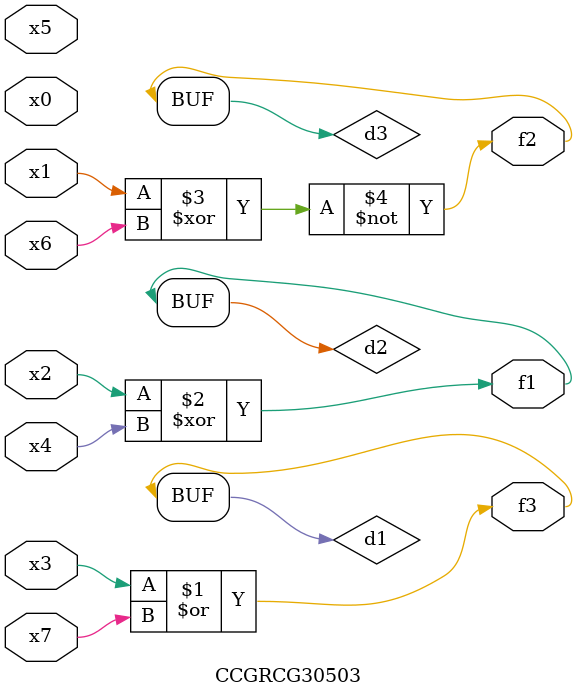
<source format=v>
module CCGRCG30503(
	input x0, x1, x2, x3, x4, x5, x6, x7,
	output f1, f2, f3
);

	wire d1, d2, d3;

	or (d1, x3, x7);
	xor (d2, x2, x4);
	xnor (d3, x1, x6);
	assign f1 = d2;
	assign f2 = d3;
	assign f3 = d1;
endmodule

</source>
